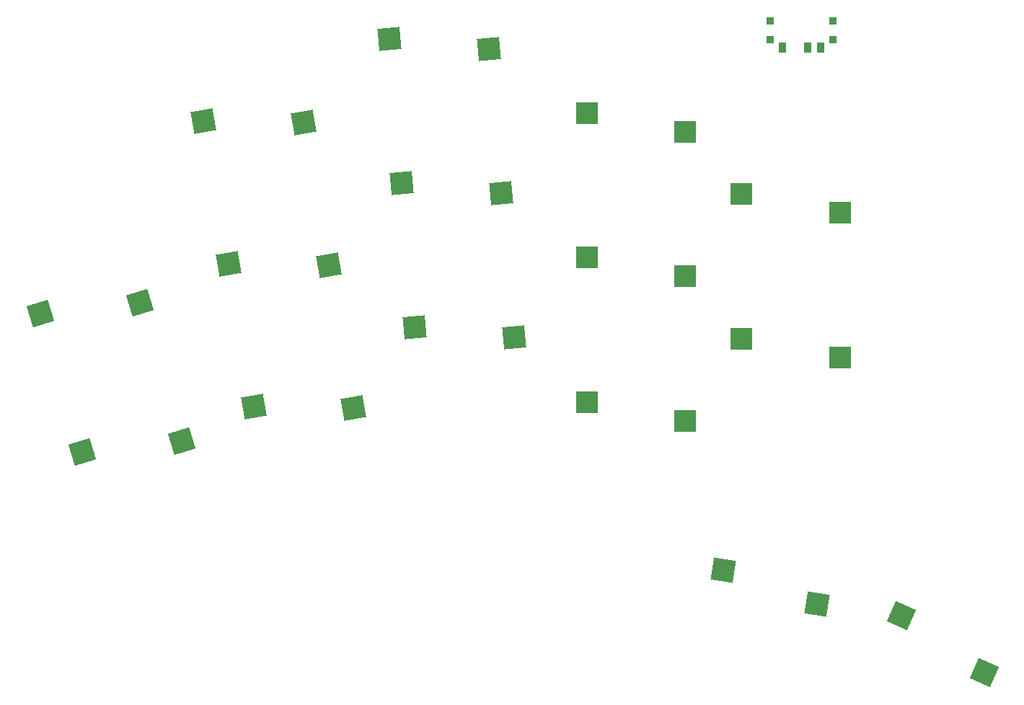
<source format=gbp>
%TF.GenerationSoftware,KiCad,Pcbnew,(6.0.4-0)*%
%TF.CreationDate,2022-06-14T09:38:00+02:00*%
%TF.ProjectId,battoota,62617474-6f6f-4746-912e-6b696361645f,v1.0.0*%
%TF.SameCoordinates,Original*%
%TF.FileFunction,Paste,Bot*%
%TF.FilePolarity,Positive*%
%FSLAX46Y46*%
G04 Gerber Fmt 4.6, Leading zero omitted, Abs format (unit mm)*
G04 Created by KiCad (PCBNEW (6.0.4-0)) date 2022-06-14 09:38:00*
%MOMM*%
%LPD*%
G01*
G04 APERTURE LIST*
G04 Aperture macros list*
%AMRotRect*
0 Rectangle, with rotation*
0 The origin of the aperture is its center*
0 $1 length*
0 $2 width*
0 $3 Rotation angle, in degrees counterclockwise*
0 Add horizontal line*
21,1,$1,$2,0,0,$3*%
G04 Aperture macros list end*
%ADD10RotRect,2.600000X2.600000X10.000000*%
%ADD11RotRect,2.600000X2.600000X5.000000*%
%ADD12R,2.600000X2.600000*%
%ADD13R,0.900000X0.900000*%
%ADD14R,0.900000X1.250000*%
%ADD15RotRect,2.600000X2.600000X336.000000*%
%ADD16RotRect,2.600000X2.600000X17.000000*%
%ADD17RotRect,2.600000X2.600000X351.000000*%
G04 APERTURE END LIST*
D10*
%TO.C,S11*%
X67128657Y110035975D03*
X78885214Y109875034D03*
%TD*%
D11*
%TO.C,S15*%
X90440528Y102756090D03*
X102138320Y101571110D03*
%TD*%
D12*
%TO.C,S21*%
X112149790Y94027254D03*
X123699791Y91827253D03*
%TD*%
D13*
%TO.C,T2*%
X141068406Y121851838D03*
X133668406Y121851838D03*
X141068406Y119651838D03*
X133668406Y119651838D03*
D14*
X135118406Y118676838D03*
X138118406Y118676838D03*
X139618406Y118676838D03*
%TD*%
D12*
%TO.C,S29*%
X130324494Y101494491D03*
X141874495Y99294490D03*
%TD*%
D15*
%TO.C,S33*%
X149143012Y52005912D03*
X158799642Y45298303D03*
%TD*%
D10*
%TO.C,S7*%
X73032695Y76552511D03*
X84789252Y76391570D03*
%TD*%
D16*
%TO.C,S5*%
X47970748Y87462459D03*
X59659287Y88735481D03*
%TD*%
D12*
%TO.C,S27*%
X130324494Y84494491D03*
X141874495Y82294490D03*
%TD*%
D10*
%TO.C,S9*%
X70080676Y93294243D03*
X81837233Y93133302D03*
%TD*%
D11*
%TO.C,S13*%
X91922176Y85820780D03*
X103619968Y84635800D03*
%TD*%
%TO.C,S17*%
X88958881Y119691400D03*
X100656673Y118506420D03*
%TD*%
D17*
%TO.C,S31*%
X128172223Y57326078D03*
X139235868Y53346344D03*
%TD*%
D16*
%TO.C,S3*%
X52941067Y71205278D03*
X64629606Y72478300D03*
%TD*%
D12*
%TO.C,S23*%
X112149790Y111027254D03*
X123699791Y108827253D03*
%TD*%
%TO.C,S19*%
X112149790Y77027254D03*
X123699791Y74827253D03*
%TD*%
M02*

</source>
